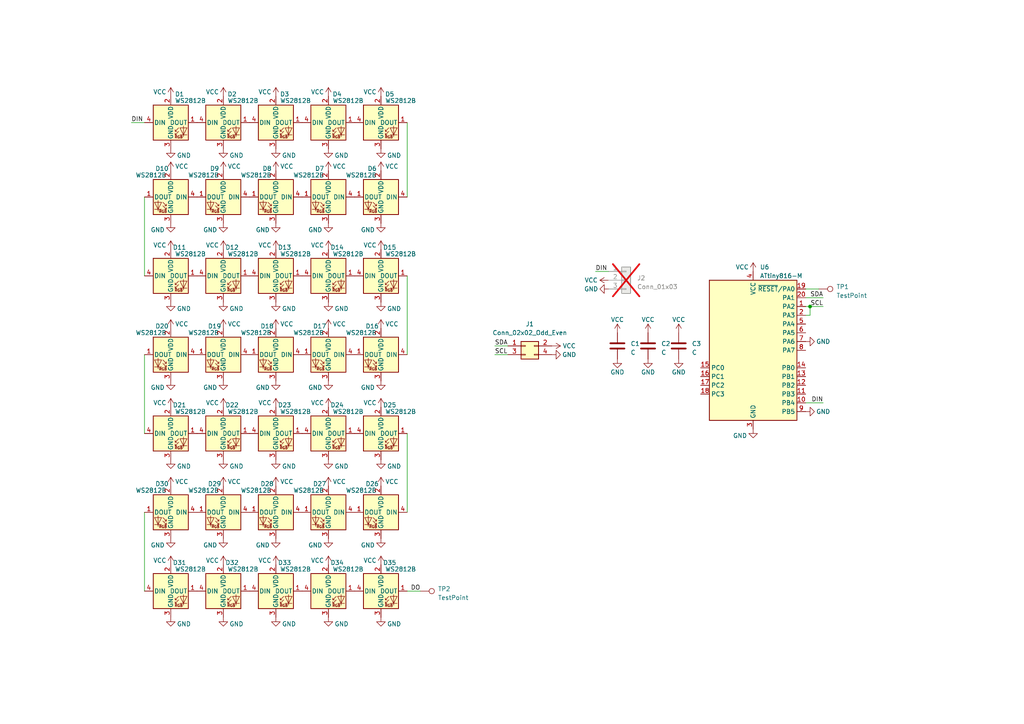
<source format=kicad_sch>
(kicad_sch (version 20231120) (generator "eeschema") (generator_version "8.0")
  (paper "A4")
  (lib_symbols
    (symbol "Connector:TestPoint" (pin_numbers hide) (pin_names (offset 0.762) hide)
      (property "Reference" "TP" (at 0 6.858 0))
      (property "Value" "TestPoint" (at 0 5.08 0))
      (symbol "TestPoint_0_1"
        (circle (center 0 3.302) (radius 0.762))
      )
      (symbol "TestPoint_1_1"
        (pin passive line (at 0 0 90) (length 2.54) (name "1") (number "1"))
      )
    )
    (symbol "Connector_Generic:Conn_01x03" (pin_names (offset 1.016) hide)
      (property "Reference" "J" (at 0 5.08 0))
      (property "Value" "Conn_01x03" (at 0 -5.08 0))
      (symbol "Conn_01x03_1_1"
        (rectangle (start -1.27 -2.413) (end 0 -2.667) (stroke (width 0.1524)))
        (rectangle (start -1.27 0.127) (end 0 -0.127) (stroke (width 0.1524)))
        (rectangle (start -1.27 2.667) (end 0 2.413) (stroke (width 0.1524)))
        (rectangle (start -1.27 3.81) (end 1.27 -3.81) (stroke (width 0.254)) (fill (type background)))
        (pin passive line (at -5.08 2.54 0) (length 3.81) (name "Pin_1") (number "1"))
        (pin passive line (at -5.08 0 0) (length 3.81) (name "Pin_2") (number "2"))
        (pin passive line (at -5.08 -2.54 0) (length 3.81) (name "Pin_3") (number "3"))
      )
    )
    (symbol "Connector_Generic:Conn_02x02_Odd_Even" (pin_names (offset 1.016) hide)
      (property "Reference" "J" (at 1.27 2.54 0))
      (property "Value" "Conn_02x02_Odd_Even" (at 1.27 -5.08 0))
      (symbol "Conn_02x02_Odd_Even_1_1"
        (rectangle (start -1.27 -2.413) (end 0 -2.667) (stroke (width 0.1524)))
        (rectangle (start -1.27 0.127) (end 0 -0.127) (stroke (width 0.1524)))
        (rectangle (start -1.27 1.27) (end 3.81 -3.81) (stroke (width 0.254)) (fill (type background)))
        (rectangle (start 3.81 -2.413) (end 2.54 -2.667) (stroke (width 0.1524)))
        (rectangle (start 3.81 0.127) (end 2.54 -0.127) (stroke (width 0.1524)))
        (pin passive line (at -5.08 0 0) (length 3.81) (name "Pin_1") (number "1"))
        (pin passive line (at 7.62 0 180) (length 3.81) (name "Pin_2") (number "2"))
        (pin passive line (at -5.08 -2.54 0) (length 3.81) (name "Pin_3") (number "3"))
        (pin passive line (at 7.62 -2.54 180) (length 3.81) (name "Pin_4") (number "4"))
      )
    )
    (symbol "Device:C" (pin_numbers hide) (pin_names (offset 0.254))
      (property "Reference" "C" (at 0.635 2.54 0))
      (property "Value" "C" (at 0.635 -2.54 0))
      (symbol "C_0_1"
        (polyline (pts (xy -2.032 -0.762) (xy 2.032 -0.762)) (stroke (width 0.508)))
        (polyline (pts (xy -2.032 0.762) (xy 2.032 0.762)) (stroke (width 0.508)))
      )
      (symbol "C_1_1"
        (pin passive line (at 0 3.81 270) (length 2.794) (name "~") (number "1"))
        (pin passive line (at 0 -3.81 90) (length 2.794) (name "~") (number "2"))
      )
    )
    (symbol "MCU_Microchip_ATtiny:ATtiny816-M"
      (property "Reference" "U" (at -12.7 21.59 0))
      (property "Value" "ATtiny816-M" (at 2.54 -21.59 0))
      (symbol "ATtiny816-M_0_1"
        (rectangle (start -12.7 -20.32) (end 12.7 20.32) (stroke (width 0.254)) (fill (type background)))
      )
      (symbol "ATtiny816-M_1_1"
        (pin bidirectional line (at 15.24 12.7 180) (length 2.54) (name "PA2") (number "1"))
        (pin bidirectional line (at 15.24 -15.24 180) (length 2.54) (name "PB4") (number "10"))
        (pin bidirectional line (at 15.24 -12.7 180) (length 2.54) (name "PB3") (number "11"))
        (pin bidirectional line (at 15.24 -10.16 180) (length 2.54) (name "PB2") (number "12"))
        (pin bidirectional line (at 15.24 -7.62 180) (length 2.54) (name "PB1") (number "13"))
        (pin bidirectional line (at 15.24 -5.08 180) (length 2.54) (name "PB0") (number "14"))
        (pin bidirectional line (at -15.24 -5.08 0) (length 2.54) (name "PC0") (number "15"))
        (pin bidirectional line (at -15.24 -7.62 0) (length 2.54) (name "PC1") (number "16"))
        (pin bidirectional line (at -15.24 -10.16 0) (length 2.54) (name "PC2") (number "17"))
        (pin bidirectional line (at -15.24 -12.7 0) (length 2.54) (name "PC3") (number "18"))
        (pin bidirectional line (at 15.24 17.78 180) (length 2.54) (name "~{RESET}/PA0") (number "19"))
        (pin bidirectional line (at 15.24 10.16 180) (length 2.54) (name "PA3") (number "2"))
        (pin bidirectional line (at 15.24 15.24 180) (length 2.54) (name "PA1") (number "20"))
        (pin passive line (at 0 -22.86 90) (length 2.54) hide (name "GND") (number "21"))
        (pin power_in line (at 0 -22.86 90) (length 2.54) (name "GND") (number "3"))
        (pin power_in line (at 0 22.86 270) (length 2.54) (name "VCC") (number "4"))
        (pin bidirectional line (at 15.24 7.62 180) (length 2.54) (name "PA4") (number "5"))
        (pin bidirectional line (at 15.24 5.08 180) (length 2.54) (name "PA5") (number "6"))
        (pin bidirectional line (at 15.24 2.54 180) (length 2.54) (name "PA6") (number "7"))
        (pin bidirectional line (at 15.24 0 180) (length 2.54) (name "PA7") (number "8"))
        (pin bidirectional line (at 15.24 -17.78 180) (length 2.54) (name "PB5") (number "9"))
      )
    )
    (symbol "ownLEDs:XL-1010RGBC-WS28B" (pin_names (offset 0.254))
      (property "Reference" "D2" (at 11.43 3.1241 0))
      (property "Value" "WS2812B" (at 11.43 0.5841 0))
      (symbol "XL-1010RGBC-WS28B_0_0"
        (text "RGB" (at 2.286 -4.191 0) (effects (font (size 0.762 0.762))))
      )
      (symbol "XL-1010RGBC-WS28B_0_1"
        (rectangle (start -5.08 5.08) (end 5.08 -5.08) (stroke (width 0.254)) (fill (type background)))
        (polyline (pts (xy 1.27 -3.556) (xy 1.778 -3.556)))
        (polyline (pts (xy 1.27 -2.54) (xy 1.778 -2.54)))
        (polyline (pts (xy 4.699 -3.556) (xy 2.667 -3.556)))
        (polyline (pts (xy 2.286 -2.54) (xy 1.27 -3.556) (xy 1.27 -3.048)))
        (polyline (pts (xy 2.286 -1.524) (xy 1.27 -2.54) (xy 1.27 -2.032)))
        (polyline (pts (xy 3.683 -1.016) (xy 3.683 -3.556) (xy 3.683 -4.064)))
        (polyline (pts (xy 4.699 -1.524) (xy 2.667 -1.524) (xy 3.683 -3.556) (xy 4.699 -1.524)))
      )
      (symbol "XL-1010RGBC-WS28B_1_1"
        (pin output line (at 7.62 0 180) (length 2.54) (name "DOUT") (number "1"))
        (pin power_in line (at 0 7.62 270) (length 2.54) (name "VDD") (number "2"))
        (pin power_in line (at 0 -7.62 90) (length 2.54) (name "GND") (number "3"))
        (pin input line (at -7.62 0 0) (length 2.54) (name "DIN") (number "4"))
      )
    )
    (symbol "power:GND" (power) (pin_names (offset 0))
      (property "Value" "GND" (at 0 -3.81 0))
      (symbol "GND_0_1"
        (polyline (pts (xy 0 0) (xy 0 -1.27) (xy 1.27 -1.27) (xy 0 -2.54) (xy -1.27 -1.27) (xy 0 -1.27)))
      )
      (symbol "GND_1_1"
        (pin power_in line (at 0 0 270) (length 0) hide (name "GND") (number "1"))
      )
    )
    (symbol "power:VCC" (power) (pin_names (offset 0))
      (property "Value" "VCC" (at 0 3.81 0))
      (symbol "VCC_0_1"
        (polyline (pts (xy -0.762 1.27) (xy 0 2.54)))
        (polyline (pts (xy 0 0) (xy 0 2.54)))
        (polyline (pts (xy 0 2.54) (xy 0.762 1.27)))
      )
      (symbol "VCC_1_1"
        (pin power_in line (at 0 0 90) (length 0) hide (name "VCC") (number "1"))
      )
    )
  )
  (junction (at 234.95 88.9))
  (wire (pts (xy 118.11 125.73) (xy 118.11 148.59)))
  (wire (pts (xy 118.11 80.01) (xy 118.11 102.87)))
  (wire (pts (xy 233.68 86.36) (xy 238.76 86.36)))
  (wire (pts (xy 233.68 83.82) (xy 237.49 83.82)))
  (wire (pts (xy 172.72 78.74) (xy 176.53 78.74)))
  (wire (pts (xy 143.51 102.87) (xy 147.32 102.87)))
  (wire (pts (xy 41.91 102.87) (xy 41.91 125.73)))
  (wire (pts (xy 233.68 116.84) (xy 238.76 116.84)))
  (wire (pts (xy 38.1 35.56) (xy 41.91 35.56)))
  (wire (pts (xy 233.68 91.44) (xy 234.95 91.44)))
  (wire (pts (xy 233.68 88.9) (xy 234.95 88.9)))
  (wire (pts (xy 41.91 148.59) (xy 41.91 171.45)))
  (wire (pts (xy 234.95 88.9) (xy 238.76 88.9)))
  (wire (pts (xy 118.11 171.45) (xy 121.92 171.45)))
  (wire (pts (xy 118.11 35.56) (xy 118.11 57.15)))
  (wire (pts (xy 41.91 57.15) (xy 41.91 80.01)))
  (wire (pts (xy 143.51 100.33) (xy 147.32 100.33)))
  (wire (pts (xy 234.95 88.9) (xy 234.95 91.44)))
  (label "SDA" (at 143.51 100.33 0))
  (label "DO" (at 121.92 171.45 180))
  (label "DIN" (at 172.72 78.74 0))
  (label "DIN" (at 238.76 116.84 180))
  (label "SDA" (at 238.76 86.36 180))
  (label "SCL" (at 238.76 88.9 180))
  (label "SCL" (at 143.51 102.87 0))
  (label "DIN" (at 38.1 35.56 0))
  (symbol (lib_id "MCU_Microchip_ATtiny:ATtiny816-M") (at 218.44 101.6 0) (unit 1)
    (property "Reference" "U6" (at 220.3959 77.47 0) (effects (justify left)))
    (property "Value" "ATtiny816-M" (at 220.3959 80.01 0) (effects (justify left)))
    (property "Footprint" "Package_DFN_QFN:VQFN-20-1EP_3x3mm_P0.4mm_EP1.7x1.7mm" (effects (hide yes)))
    (property "Datasheet" "http://ww1.microchip.com/downloads/en/DeviceDoc/40001913A.pdf" (effects (hide yes)))
  )
  (symbol (lib_id "power:VCC") (at 95.25 27.94 0) (unit 1)
    (property "Reference" "#PWR07" (effects (hide yes)))
    (property "Value" "VCC" (at 92.075 26.67 0))
  )
  (symbol (lib_id "ownLEDs:XL-1010RGBC-WS28B") (at 110.49 125.73 0) (unit 1)
    (property "Reference" "D25" (at 113.03 117.475 0))
    (property "Value" "WS2812B" (at 116.205 119.38 0))
    (property "Footprint" "ownLEDs:LED_XL-1010RGBC-WS2812B" (effects (hide yes)))
    (property "Datasheet" "https://datasheet.lcsc.com/lcsc/2301111010_XINGLIGHT-XL-1010RGBC-WS2812B_C5349953.pdf" (effects (hide yes)))
  )
  (symbol (lib_id "power:GND") (at 64.77 179.07 0) (unit 1)
    (property "Reference" "#PWR0148" (effects (hide yes)))
    (property "Value" "GND" (at 68.58 180.975 0))
  )
  (symbol (lib_id "power:GND") (at 110.49 156.21 0) (mirror y) (unit 1)
    (property "Reference" "#PWR0140" (effects (hide yes)))
    (property "Value" "GND" (at 106.68 158.115 0))
  )
  (symbol (lib_id "power:VCC") (at 110.49 49.53 0) (mirror y) (unit 1)
    (property "Reference" "#PWR011" (effects (hide yes)))
    (property "Value" "VCC" (at 113.665 48.26 0))
  )
  (symbol (lib_id "power:GND") (at 110.49 43.18 0) (unit 1)
    (property "Reference" "#PWR010" (effects (hide yes)))
    (property "Value" "GND" (at 114.3 45.085 0))
  )
  (symbol (lib_id "ownLEDs:XL-1010RGBC-WS28B") (at 95.25 57.15 0) (mirror y) (unit 1)
    (property "Reference" "D7" (at 92.71 48.895 0))
    (property "Value" "WS2812B" (at 89.535 50.8 0))
    (property "Footprint" "ownLEDs:LED_XL-1010RGBC-WS2812B" (effects (hide yes)))
    (property "Datasheet" "https://datasheet.lcsc.com/lcsc/2301111010_XINGLIGHT-XL-1010RGBC-WS2812B_C5349953.pdf" (effects (hide yes)))
  )
  (symbol (lib_id "ownLEDs:XL-1010RGBC-WS28B") (at 64.77 35.56 0) (unit 1)
    (property "Reference" "D2" (at 67.31 27.305 0))
    (property "Value" "WS2812B" (at 70.485 29.21 0))
    (property "Footprint" "ownLEDs:LED_XL-1010RGBC-WS2812B" (effects (hide yes)))
    (property "Datasheet" "https://datasheet.lcsc.com/lcsc/2301111010_XINGLIGHT-XL-1010RGBC-WS2812B_C5349953.pdf" (effects (hide yes)))
  )
  (symbol (lib_id "ownLEDs:XL-1010RGBC-WS28B") (at 64.77 125.73 0) (unit 1)
    (property "Reference" "D22" (at 67.31 117.475 0))
    (property "Value" "WS2812B" (at 70.485 119.38 0))
    (property "Footprint" "ownLEDs:LED_XL-1010RGBC-WS2812B" (effects (hide yes)))
    (property "Datasheet" "https://datasheet.lcsc.com/lcsc/2301111010_XINGLIGHT-XL-1010RGBC-WS2812B_C5349953.pdf" (effects (hide yes)))
  )
  (symbol (lib_id "ownLEDs:XL-1010RGBC-WS28B") (at 95.25 80.01 0) (unit 1)
    (property "Reference" "D14" (at 97.79 71.755 0))
    (property "Value" "WS2812B" (at 100.965 73.66 0))
    (property "Footprint" "ownLEDs:LED_XL-1010RGBC-WS2812B" (effects (hide yes)))
    (property "Datasheet" "https://datasheet.lcsc.com/lcsc/2301111010_XINGLIGHT-XL-1010RGBC-WS2812B_C5349953.pdf" (effects (hide yes)))
  )
  (symbol (lib_id "power:VCC") (at 64.77 49.53 0) (mirror y) (unit 1)
    (property "Reference" "#PWR017" (effects (hide yes)))
    (property "Value" "VCC" (at 67.945 48.26 0))
  )
  (symbol (lib_id "power:GND") (at 49.53 64.77 0) (mirror y) (unit 1)
    (property "Reference" "#PWR020" (effects (hide yes)))
    (property "Value" "GND" (at 45.72 66.675 0))
  )
  (symbol (lib_id "power:VCC") (at 49.53 49.53 0) (mirror y) (unit 1)
    (property "Reference" "#PWR019" (effects (hide yes)))
    (property "Value" "VCC" (at 52.705 48.26 0))
  )
  (symbol (lib_id "power:GND") (at 80.01 110.49 0) (mirror y) (unit 1)
    (property "Reference" "#PWR0117" (effects (hide yes)))
    (property "Value" "GND" (at 76.2 112.395 0))
  )
  (symbol (lib_id "ownLEDs:XL-1010RGBC-WS28B") (at 64.77 171.45 0) (unit 1)
    (property "Reference" "D32" (at 67.31 163.195 0))
    (property "Value" "WS2812B" (at 70.485 165.1 0))
    (property "Footprint" "ownLEDs:LED_XL-1010RGBC-WS2812B" (effects (hide yes)))
    (property "Datasheet" "https://datasheet.lcsc.com/lcsc/2301111010_XINGLIGHT-XL-1010RGBC-WS2812B_C5349953.pdf" (effects (hide yes)))
  )
  (symbol (lib_id "ownLEDs:XL-1010RGBC-WS28B") (at 110.49 35.56 0) (unit 1)
    (property "Reference" "D5" (at 113.03 27.305 0))
    (property "Value" "WS2812B" (at 116.205 29.21 0))
    (property "Footprint" "ownLEDs:LED_XL-1010RGBC-WS2812B" (effects (hide yes)))
    (property "Datasheet" "https://datasheet.lcsc.com/lcsc/2301111010_XINGLIGHT-XL-1010RGBC-WS2812B_C5349953.pdf" (effects (hide yes)))
  )
  (symbol (lib_id "ownLEDs:XL-1010RGBC-WS28B") (at 95.25 102.87 0) (mirror y) (unit 1)
    (property "Reference" "D17" (at 92.71 94.615 0))
    (property "Value" "WS2812B" (at 89.535 96.52 0))
    (property "Footprint" "ownLEDs:LED_XL-1010RGBC-WS2812B" (effects (hide yes)))
    (property "Datasheet" "https://datasheet.lcsc.com/lcsc/2301111010_XINGLIGHT-XL-1010RGBC-WS2812B_C5349953.pdf" (effects (hide yes)))
  )
  (symbol (lib_id "Connector_Generic:Conn_02x02_Odd_Even") (at 152.4 100.33 0) (unit 1)
    (property "Reference" "J1" (at 153.67 93.98 0))
    (property "Value" "Conn_02x02_Odd_Even" (at 153.67 96.52 0))
    (property "Footprint" "Connector_PinHeader_2.54mm:PinHeader_2x02_P2.54mm_Vertical_SMD" (effects (hide yes)))
  )
  (symbol (lib_id "ownLEDs:XL-1010RGBC-WS28B") (at 95.25 171.45 0) (unit 1)
    (property "Reference" "D34" (at 97.79 163.195 0))
    (property "Value" "WS2812B" (at 100.965 165.1 0))
    (property "Footprint" "ownLEDs:LED_XL-1010RGBC-WS2812B" (effects (hide yes)))
    (property "Datasheet" "https://datasheet.lcsc.com/lcsc/2301111010_XINGLIGHT-XL-1010RGBC-WS2812B_C5349953.pdf" (effects (hide yes)))
  )
  (symbol (lib_id "power:GND") (at 80.01 156.21 0) (mirror y) (unit 1)
    (property "Reference" "#PWR0133" (effects (hide yes)))
    (property "Value" "GND" (at 76.2 158.115 0))
  )
  (symbol (lib_id "power:GND") (at 95.25 43.18 0) (unit 1)
    (property "Reference" "#PWR08" (effects (hide yes)))
    (property "Value" "GND" (at 99.06 45.085 0))
  )
  (symbol (lib_id "power:GND") (at 196.85 104.14 0) (mirror y) (unit 1)
    (property "Reference" "#PWR028" (effects (hide yes)))
    (property "Value" "GND" (at 196.85 107.95 0))
  )
  (symbol (lib_id "power:GND") (at 187.96 104.14 0) (mirror y) (unit 1)
    (property "Reference" "#PWR024" (effects (hide yes)))
    (property "Value" "GND" (at 187.96 107.95 0))
  )
  (symbol (lib_id "Device:C") (at 187.96 100.33 0) (unit 1)
    (property "Reference" "C2" (at 191.77 99.695 0) (effects (justify left)))
    (property "Value" "C" (at 191.77 102.235 0) (effects (justify left)))
    (property "Footprint" "dipolMods:C_0402_min" (effects (hide yes)))
  )
  (symbol (lib_id "power:VCC") (at 80.01 118.11 0) (unit 1)
    (property "Reference" "#PWR0119" (effects (hide yes)))
    (property "Value" "VCC" (at 76.835 116.84 0))
  )
  (symbol (lib_id "ownLEDs:XL-1010RGBC-WS28B") (at 80.01 171.45 0) (unit 1)
    (property "Reference" "D33" (at 82.55 163.195 0))
    (property "Value" "WS2812B" (at 85.725 165.1 0))
    (property "Footprint" "ownLEDs:LED_XL-1010RGBC-WS2812B" (effects (hide yes)))
    (property "Datasheet" "https://datasheet.lcsc.com/lcsc/2301111010_XINGLIGHT-XL-1010RGBC-WS2812B_C5349953.pdf" (effects (hide yes)))
  )
  (symbol (lib_id "power:GND") (at 49.53 110.49 0) (mirror y) (unit 1)
    (property "Reference" "#PWR0126" (effects (hide yes)))
    (property "Value" "GND" (at 45.72 112.395 0))
  )
  (symbol (lib_id "ownLEDs:XL-1010RGBC-WS28B") (at 49.53 35.56 0) (unit 1)
    (property "Reference" "D1" (at 52.07 27.305 0))
    (property "Value" "WS2812B" (at 55.245 29.21 0))
    (property "Footprint" "ownLEDs:LED_XL-1010RGBC-WS2812B" (effects (hide yes)))
    (property "Datasheet" "https://datasheet.lcsc.com/lcsc/2301111010_XINGLIGHT-XL-1010RGBC-WS2812B_C5349953.pdf" (effects (hide yes)))
  )
  (symbol (lib_id "power:VCC") (at 95.25 95.25 0) (mirror y) (unit 1)
    (property "Reference" "#PWR0108" (effects (hide yes)))
    (property "Value" "VCC" (at 98.425 93.98 0))
  )
  (symbol (lib_id "power:VCC") (at 49.53 72.39 0) (unit 1)
    (property "Reference" "#PWR0114" (effects (hide yes)))
    (property "Value" "VCC" (at 46.355 71.12 0))
  )
  (symbol (lib_id "power:VCC") (at 110.49 95.25 0) (mirror y) (unit 1)
    (property "Reference" "#PWR0105" (effects (hide yes)))
    (property "Value" "VCC" (at 113.665 93.98 0))
  )
  (symbol (lib_id "power:VCC") (at 110.49 140.97 0) (mirror y) (unit 1)
    (property "Reference" "#PWR0146" (effects (hide yes)))
    (property "Value" "VCC" (at 113.665 139.7 0))
  )
  (symbol (lib_id "ownLEDs:XL-1010RGBC-WS28B") (at 80.01 125.73 0) (unit 1)
    (property "Reference" "D23" (at 82.55 117.475 0))
    (property "Value" "WS2812B" (at 85.725 119.38 0))
    (property "Footprint" "ownLEDs:LED_XL-1010RGBC-WS2812B" (effects (hide yes)))
    (property "Datasheet" "https://datasheet.lcsc.com/lcsc/2301111010_XINGLIGHT-XL-1010RGBC-WS2812B_C5349953.pdf" (effects (hide yes)))
  )
  (symbol (lib_id "power:VCC") (at 80.01 72.39 0) (unit 1)
    (property "Reference" "#PWR0102" (effects (hide yes)))
    (property "Value" "VCC" (at 76.835 71.12 0))
  )
  (symbol (lib_id "ownLEDs:XL-1010RGBC-WS28B") (at 49.53 102.87 0) (mirror y) (unit 1)
    (property "Reference" "D20" (at 46.99 94.615 0))
    (property "Value" "WS2812B" (at 43.815 96.52 0))
    (property "Footprint" "ownLEDs:LED_XL-1010RGBC-WS2812B" (effects (hide yes)))
    (property "Datasheet" "https://datasheet.lcsc.com/lcsc/2301111010_XINGLIGHT-XL-1010RGBC-WS2812B_C5349953.pdf" (effects (hide yes)))
  )
  (symbol (lib_id "power:GND") (at 80.01 133.35 0) (unit 1)
    (property "Reference" "#PWR0121" (effects (hide yes)))
    (property "Value" "GND" (at 83.82 135.255 0))
  )
  (symbol (lib_id "power:VCC") (at 95.25 49.53 0) (mirror y) (unit 1)
    (property "Reference" "#PWR013" (effects (hide yes)))
    (property "Value" "VCC" (at 98.425 48.26 0))
  )
  (symbol (lib_id "ownLEDs:XL-1010RGBC-WS28B") (at 49.53 57.15 0) (mirror y) (unit 1)
    (property "Reference" "D10" (at 46.99 48.895 0))
    (property "Value" "WS2812B" (at 43.815 50.8 0))
    (property "Footprint" "ownLEDs:LED_XL-1010RGBC-WS2812B" (effects (hide yes)))
    (property "Datasheet" "https://datasheet.lcsc.com/lcsc/2301111010_XINGLIGHT-XL-1010RGBC-WS2812B_C5349953.pdf" (effects (hide yes)))
  )
  (symbol (lib_id "power:VCC") (at 110.49 27.94 0) (unit 1)
    (property "Reference" "#PWR09" (effects (hide yes)))
    (property "Value" "VCC" (at 107.315 26.67 0))
  )
  (symbol (lib_id "ownLEDs:XL-1010RGBC-WS28B") (at 95.25 125.73 0) (unit 1)
    (property "Reference" "D24" (at 97.79 117.475 0))
    (property "Value" "WS2812B" (at 100.965 119.38 0))
    (property "Footprint" "ownLEDs:LED_XL-1010RGBC-WS2812B" (effects (hide yes)))
    (property "Datasheet" "https://datasheet.lcsc.com/lcsc/2301111010_XINGLIGHT-XL-1010RGBC-WS2812B_C5349953.pdf" (effects (hide yes)))
  )
  (symbol (lib_id "ownLEDs:XL-1010RGBC-WS28B") (at 95.25 35.56 0) (unit 1)
    (property "Reference" "D4" (at 97.79 27.305 0))
    (property "Value" "WS2812B" (at 100.965 29.21 0))
    (property "Footprint" "ownLEDs:LED_XL-1010RGBC-WS2812B" (effects (hide yes)))
    (property "Datasheet" "https://datasheet.lcsc.com/lcsc/2301111010_XINGLIGHT-XL-1010RGBC-WS2812B_C5349953.pdf" (effects (hide yes)))
  )
  (symbol (lib_id "power:VCC") (at 176.53 81.28 90) (unit 1)
    (property "Reference" "#PWR029" (effects (hide yes)))
    (property "Value" "VCC" (at 171.45 81.28 90))
  )
  (symbol (lib_id "power:VCC") (at 80.01 49.53 0) (mirror y) (unit 1)
    (property "Reference" "#PWR015" (effects (hide yes)))
    (property "Value" "VCC" (at 83.185 48.26 0))
  )
  (symbol (lib_id "power:GND") (at 160.02 102.87 90) (mirror x) (unit 1)
    (property "Reference" "#PWR032" (effects (hide yes)))
    (property "Value" "GND" (at 165.1 102.87 90))
  )
  (symbol (lib_id "power:GND") (at 64.77 110.49 0) (mirror y) (unit 1)
    (property "Reference" "#PWR0127" (effects (hide yes)))
    (property "Value" "GND" (at 60.96 112.395 0))
  )
  (symbol (lib_id "power:VCC") (at 196.85 96.52 0) (unit 1)
    (property "Reference" "#PWR027" (effects (hide yes)))
    (property "Value" "VCC" (at 196.85 92.71 0))
  )
  (symbol (lib_id "power:VCC") (at 64.77 27.94 0) (unit 1)
    (property "Reference" "#PWR03" (effects (hide yes)))
    (property "Value" "VCC" (at 61.595 26.67 0))
  )
  (symbol (lib_id "power:GND") (at 95.25 179.07 0) (unit 1)
    (property "Reference" "#PWR0150" (effects (hide yes)))
    (property "Value" "GND" (at 99.06 180.975 0))
  )
  (symbol (lib_id "power:VCC") (at 80.01 140.97 0) (mirror y) (unit 1)
    (property "Reference" "#PWR0122" (effects (hide yes)))
    (property "Value" "VCC" (at 83.185 139.7 0))
  )
  (symbol (lib_id "power:VCC") (at 218.44 78.74 0) (unit 1)
    (property "Reference" "#PWR021" (effects (hide yes)))
    (property "Value" "VCC" (at 215.265 77.47 0))
  )
  (symbol (lib_id "power:VCC") (at 49.53 118.11 0) (unit 1)
    (property "Reference" "#PWR0128" (effects (hide yes)))
    (property "Value" "VCC" (at 46.355 116.84 0))
  )
  (symbol (lib_id "power:GND") (at 49.53 43.18 0) (unit 1)
    (property "Reference" "#PWR02" (effects (hide yes)))
    (property "Value" "GND" (at 53.34 45.085 0))
  )
  (symbol (lib_id "power:GND") (at 218.44 124.46 0) (mirror y) (unit 1)
    (property "Reference" "#PWR022" (effects (hide yes)))
    (property "Value" "GND" (at 214.63 126.365 0))
  )
  (symbol (lib_id "power:VCC") (at 80.01 163.83 0) (unit 1)
    (property "Reference" "#PWR0135" (effects (hide yes)))
    (property "Value" "VCC" (at 76.835 162.56 0))
  )
  (symbol (lib_id "power:VCC") (at 64.77 95.25 0) (mirror y) (unit 1)
    (property "Reference" "#PWR0124" (effects (hide yes)))
    (property "Value" "VCC" (at 67.945 93.98 0))
  )
  (symbol (lib_id "power:VCC") (at 95.25 72.39 0) (unit 1)
    (property "Reference" "#PWR0106" (effects (hide yes)))
    (property "Value" "VCC" (at 92.075 71.12 0))
  )
  (symbol (lib_id "ownLEDs:XL-1010RGBC-WS28B") (at 80.01 57.15 0) (mirror y) (unit 1)
    (property "Reference" "D8" (at 77.47 48.895 0))
    (property "Value" "WS2812B" (at 74.295 50.8 0))
    (property "Footprint" "ownLEDs:LED_XL-1010RGBC-WS2812B" (effects (hide yes)))
    (property "Datasheet" "https://datasheet.lcsc.com/lcsc/2301111010_XINGLIGHT-XL-1010RGBC-WS2812B_C5349953.pdf" (effects (hide yes)))
  )
  (symbol (lib_id "power:GND") (at 64.77 64.77 0) (mirror y) (unit 1)
    (property "Reference" "#PWR018" (effects (hide yes)))
    (property "Value" "GND" (at 60.96 66.675 0))
  )
  (symbol (lib_id "power:VCC") (at 80.01 95.25 0) (mirror y) (unit 1)
    (property "Reference" "#PWR0118" (effects (hide yes)))
    (property "Value" "VCC" (at 83.185 93.98 0))
  )
  (symbol (lib_id "power:GND") (at 95.25 110.49 0) (mirror y) (unit 1)
    (property "Reference" "#PWR0110" (effects (hide yes)))
    (property "Value" "GND" (at 91.44 112.395 0))
  )
  (symbol (lib_id "power:GND") (at 95.25 156.21 0) (mirror y) (unit 1)
    (property "Reference" "#PWR0141" (effects (hide yes)))
    (property "Value" "GND" (at 91.44 158.115 0))
  )
  (symbol (lib_id "power:GND") (at 80.01 64.77 0) (mirror y) (unit 1)
    (property "Reference" "#PWR016" (effects (hide yes)))
    (property "Value" "GND" (at 76.2 66.675 0))
  )
  (symbol (lib_id "power:VCC") (at 95.25 140.97 0) (mirror y) (unit 1)
    (property "Reference" "#PWR0147" (effects (hide yes)))
    (property "Value" "VCC" (at 98.425 139.7 0))
  )
  (symbol (lib_id "power:GND") (at 49.53 179.07 0) (unit 1)
    (property "Reference" "#PWR0139" (effects (hide yes)))
    (property "Value" "GND" (at 53.34 180.975 0))
  )
  (symbol (lib_id "ownLEDs:XL-1010RGBC-WS28B") (at 80.01 80.01 0) (unit 1)
    (property "Reference" "D13" (at 82.55 71.755 0))
    (property "Value" "WS2812B" (at 85.725 73.66 0))
    (property "Footprint" "ownLEDs:LED_XL-1010RGBC-WS2812B" (effects (hide yes)))
    (property "Datasheet" "https://datasheet.lcsc.com/lcsc/2301111010_XINGLIGHT-XL-1010RGBC-WS2812B_C5349953.pdf" (effects (hide yes)))
  )
  (symbol (lib_id "Device:C") (at 196.85 100.33 0) (unit 1)
    (property "Reference" "C3" (at 200.66 99.695 0) (effects (justify left)))
    (property "Value" "C" (at 200.66 102.235 0) (effects (justify left)))
    (property "Footprint" "dipolMods:C_0402_min" (effects (hide yes)))
  )
  (symbol (lib_id "power:VCC") (at 95.25 118.11 0) (unit 1)
    (property "Reference" "#PWR0111" (effects (hide yes)))
    (property "Value" "VCC" (at 92.075 116.84 0))
  )
  (symbol (lib_id "ownLEDs:XL-1010RGBC-WS28B") (at 95.25 148.59 0) (mirror y) (unit 1)
    (property "Reference" "D27" (at 92.71 140.335 0))
    (property "Value" "WS2812B" (at 89.535 142.24 0))
    (property "Footprint" "ownLEDs:LED_XL-1010RGBC-WS2812B" (effects (hide yes)))
    (property "Datasheet" "https://datasheet.lcsc.com/lcsc/2301111010_XINGLIGHT-XL-1010RGBC-WS2812B_C5349953.pdf" (effects (hide yes)))
  )
  (symbol (lib_id "power:GND") (at 64.77 43.18 0) (unit 1)
    (property "Reference" "#PWR04" (effects (hide yes)))
    (property "Value" "GND" (at 68.58 45.085 0))
  )
  (symbol (lib_id "Connector:TestPoint") (at 121.92 171.45 270) (unit 1)
    (property "Reference" "TP2" (at 127 170.815 90) (effects (justify left)))
    (property "Value" "TestPoint" (at 127 173.355 90) (effects (justify left)))
    (property "Footprint" "TestPoint:TestPoint_Pad_1.0x1.0mm" (effects (hide yes)))
  )
  (symbol (lib_id "power:GND") (at 179.07 104.14 0) (mirror y) (unit 1)
    (property "Reference" "#PWR023" (effects (hide yes)))
    (property "Value" "GND" (at 179.07 107.95 0))
  )
  (symbol (lib_id "power:GND") (at 233.68 99.06 90) (mirror x) (unit 1)
    (property "Reference" "#PWR034" (effects (hide yes)))
    (property "Value" "GND" (at 238.76 99.06 90))
  )
  (symbol (lib_id "power:GND") (at 110.49 64.77 0) (mirror y) (unit 1)
    (property "Reference" "#PWR012" (effects (hide yes)))
    (property "Value" "GND" (at 106.68 66.675 0))
  )
  (symbol (lib_id "power:VCC") (at 49.53 140.97 0) (mirror y) (unit 1)
    (property "Reference" "#PWR0136" (effects (hide yes)))
    (property "Value" "VCC" (at 52.705 139.7 0))
  )
  (symbol (lib_id "power:GND") (at 64.77 87.63 0) (unit 1)
    (property "Reference" "#PWR0115" (effects (hide yes)))
    (property "Value" "GND" (at 68.58 89.535 0))
  )
  (symbol (lib_id "power:GND") (at 110.49 110.49 0) (mirror y) (unit 1)
    (property "Reference" "#PWR0109" (effects (hide yes)))
    (property "Value" "GND" (at 106.68 112.395 0))
  )
  (symbol (lib_id "power:GND") (at 80.01 43.18 0) (unit 1)
    (property "Reference" "#PWR06" (effects (hide yes)))
    (property "Value" "GND" (at 83.82 45.085 0))
  )
  (symbol (lib_id "ownLEDs:XL-1010RGBC-WS28B") (at 64.77 102.87 0) (mirror y) (unit 1)
    (property "Reference" "D19" (at 62.23 94.615 0))
    (property "Value" "WS2812B" (at 59.055 96.52 0))
    (property "Footprint" "ownLEDs:LED_XL-1010RGBC-WS2812B" (effects (hide yes)))
    (property "Datasheet" "https://datasheet.lcsc.com/lcsc/2301111010_XINGLIGHT-XL-1010RGBC-WS2812B_C5349953.pdf" (effects (hide yes)))
  )
  (symbol (lib_id "ownLEDs:XL-1010RGBC-WS28B") (at 110.49 171.45 0) (unit 1)
    (property "Reference" "D35" (at 113.03 163.195 0))
    (property "Value" "WS2812B" (at 116.205 165.1 0))
    (property "Footprint" "ownLEDs:LED_XL-1010RGBC-WS2812B" (effects (hide yes)))
    (property "Datasheet" "https://datasheet.lcsc.com/lcsc/2301111010_XINGLIGHT-XL-1010RGBC-WS2812B_C5349953.pdf" (effects (hide yes)))
  )
  (symbol (lib_id "ownLEDs:XL-1010RGBC-WS28B") (at 110.49 102.87 0) (mirror y) (unit 1)
    (property "Reference" "D16" (at 107.95 94.615 0))
    (property "Value" "WS2812B" (at 104.775 96.52 0))
    (property "Footprint" "ownLEDs:LED_XL-1010RGBC-WS2812B" (effects (hide yes)))
    (property "Datasheet" "https://datasheet.lcsc.com/lcsc/2301111010_XINGLIGHT-XL-1010RGBC-WS2812B_C5349953.pdf" (effects (hide yes)))
  )
  (symbol (lib_id "ownLEDs:XL-1010RGBC-WS28B") (at 64.77 148.59 0) (mirror y) (unit 1)
    (property "Reference" "D29" (at 62.23 140.335 0))
    (property "Value" "WS2812B" (at 59.055 142.24 0))
    (property "Footprint" "ownLEDs:LED_XL-1010RGBC-WS2812B" (effects (hide yes)))
    (property "Datasheet" "https://datasheet.lcsc.com/lcsc/2301111010_XINGLIGHT-XL-1010RGBC-WS2812B_C5349953.pdf" (effects (hide yes)))
  )
  (symbol (lib_id "power:VCC") (at 64.77 72.39 0) (unit 1)
    (property "Reference" "#PWR0116" (effects (hide yes)))
    (property "Value" "VCC" (at 61.595 71.12 0))
  )
  (symbol (lib_id "power:GND") (at 49.53 133.35 0) (unit 1)
    (property "Reference" "#PWR0130" (effects (hide yes)))
    (property "Value" "GND" (at 53.34 135.255 0))
  )
  (symbol (lib_id "power:VCC") (at 49.53 27.94 0) (unit 1)
    (property "Reference" "#PWR01" (effects (hide yes)))
    (property "Value" "VCC" (at 46.355 26.67 0))
  )
  (symbol (lib_id "power:GND") (at 176.53 83.82 270) (mirror x) (unit 1)
    (property "Reference" "#PWR030" (effects (hide yes)))
    (property "Value" "GND" (at 171.45 83.82 90))
  )
  (symbol (lib_id "ownLEDs:XL-1010RGBC-WS28B") (at 80.01 35.56 0) (unit 1)
    (property "Reference" "D3" (at 82.55 27.305 0))
    (property "Value" "WS2812B" (at 85.725 29.21 0))
    (property "Footprint" "ownLEDs:LED_XL-1010RGBC-WS2812B" (effects (hide yes)))
    (property "Datasheet" "https://datasheet.lcsc.com/lcsc/2301111010_XINGLIGHT-XL-1010RGBC-WS2812B_C5349953.pdf" (effects (hide yes)))
  )
  (symbol (lib_id "Device:C") (at 179.07 100.33 0) (unit 1)
    (property "Reference" "C1" (at 182.88 99.695 0) (effects (justify left)))
    (property "Value" "C" (at 182.88 102.235 0) (effects (justify left)))
    (property "Footprint" "dipolMods:C_0402_min" (effects (hide yes)))
  )
  (symbol (lib_id "Connector:TestPoint") (at 237.49 83.82 270) (unit 1)
    (property "Reference" "TP1" (at 242.57 83.185 90) (effects (justify left)))
    (property "Value" "TestPoint" (at 242.57 85.725 90) (effects (justify left)))
    (property "Footprint" "TestPoint:TestPoint_Pad_D1.0mm" (effects (hide yes)))
  )
  (symbol (lib_id "ownLEDs:XL-1010RGBC-WS28B") (at 64.77 80.01 0) (unit 1)
    (property "Reference" "D12" (at 67.31 71.755 0))
    (property "Value" "WS2812B" (at 70.485 73.66 0))
    (property "Footprint" "ownLEDs:LED_XL-1010RGBC-WS2812B" (effects (hide yes)))
    (property "Datasheet" "https://datasheet.lcsc.com/lcsc/2301111010_XINGLIGHT-XL-1010RGBC-WS2812B_C5349953.pdf" (effects (hide yes)))
  )
  (symbol (lib_id "power:VCC") (at 80.01 27.94 0) (unit 1)
    (property "Reference" "#PWR05" (effects (hide yes)))
    (property "Value" "VCC" (at 76.835 26.67 0))
  )
  (symbol (lib_id "ownLEDs:XL-1010RGBC-WS28B") (at 80.01 102.87 0) (mirror y) (unit 1)
    (property "Reference" "D18" (at 77.47 94.615 0))
    (property "Value" "WS2812B" (at 74.295 96.52 0))
    (property "Footprint" "ownLEDs:LED_XL-1010RGBC-WS2812B" (effects (hide yes)))
    (property "Datasheet" "https://datasheet.lcsc.com/lcsc/2301111010_XINGLIGHT-XL-1010RGBC-WS2812B_C5349953.pdf" (effects (hide yes)))
  )
  (symbol (lib_id "ownLEDs:XL-1010RGBC-WS28B") (at 110.49 148.59 0) (mirror y) (unit 1)
    (property "Reference" "D26" (at 107.95 140.335 0))
    (property "Value" "WS2812B" (at 104.775 142.24 0))
    (property "Footprint" "ownLEDs:LED_XL-1010RGBC-WS2812B" (effects (hide yes)))
    (property "Datasheet" "https://datasheet.lcsc.com/lcsc/2301111010_XINGLIGHT-XL-1010RGBC-WS2812B_C5349953.pdf" (effects (hide yes)))
  )
  (symbol (lib_id "power:GND") (at 110.49 179.07 0) (unit 1)
    (property "Reference" "#PWR0144" (effects (hide yes)))
    (property "Value" "GND" (at 114.3 180.975 0))
  )
  (symbol (lib_id "power:VCC") (at 110.49 163.83 0) (unit 1)
    (property "Reference" "#PWR0143" (effects (hide yes)))
    (property "Value" "VCC" (at 107.315 162.56 0))
  )
  (symbol (lib_id "power:VCC") (at 110.49 72.39 0) (unit 1)
    (property "Reference" "#PWR0103" (effects (hide yes)))
    (property "Value" "VCC" (at 107.315 71.12 0))
  )
  (symbol (lib_id "power:VCC") (at 64.77 163.83 0) (unit 1)
    (property "Reference" "#PWR0134" (effects (hide yes)))
    (property "Value" "VCC" (at 61.595 162.56 0))
  )
  (symbol (lib_id "ownLEDs:XL-1010RGBC-WS28B") (at 49.53 80.01 0) (unit 1)
    (property "Reference" "D11" (at 52.07 71.755 0))
    (property "Value" "WS2812B" (at 55.245 73.66 0))
    (property "Footprint" "ownLEDs:LED_XL-1010RGBC-WS2812B" (effects (hide yes)))
    (property "Datasheet" "https://datasheet.lcsc.com/lcsc/2301111010_XINGLIGHT-XL-1010RGBC-WS2812B_C5349953.pdf" (effects (hide yes)))
  )
  (symbol (lib_id "ownLEDs:XL-1010RGBC-WS28B") (at 49.53 125.73 0) (unit 1)
    (property "Reference" "D21" (at 52.07 117.475 0))
    (property "Value" "WS2812B" (at 55.245 119.38 0))
    (property "Footprint" "ownLEDs:LED_XL-1010RGBC-WS2812B" (effects (hide yes)))
    (property "Datasheet" "https://datasheet.lcsc.com/lcsc/2301111010_XINGLIGHT-XL-1010RGBC-WS2812B_C5349953.pdf" (effects (hide yes)))
  )
  (symbol (lib_id "power:VCC") (at 110.49 118.11 0) (unit 1)
    (property "Reference" "#PWR0112" (effects (hide yes)))
    (property "Value" "VCC" (at 107.315 116.84 0))
  )
  (symbol (lib_id "power:GND") (at 95.25 64.77 0) (mirror y) (unit 1)
    (property "Reference" "#PWR014" (effects (hide yes)))
    (property "Value" "GND" (at 91.44 66.675 0))
  )
  (symbol (lib_id "power:VCC") (at 49.53 95.25 0) (mirror y) (unit 1)
    (property "Reference" "#PWR0125" (effects (hide yes)))
    (property "Value" "VCC" (at 52.705 93.98 0))
  )
  (symbol (lib_id "power:VCC") (at 187.96 96.52 0) (unit 1)
    (property "Reference" "#PWR026" (effects (hide yes)))
    (property "Value" "VCC" (at 187.96 92.71 0))
  )
  (symbol (lib_id "ownLEDs:XL-1010RGBC-WS28B") (at 49.53 171.45 0) (unit 1)
    (property "Reference" "D31" (at 52.07 163.195 0))
    (property "Value" "WS2812B" (at 55.245 165.1 0))
    (property "Footprint" "ownLEDs:LED_XL-1010RGBC-WS2812B" (effects (hide yes)))
    (property "Datasheet" "https://datasheet.lcsc.com/lcsc/2301111010_XINGLIGHT-XL-1010RGBC-WS2812B_C5349953.pdf" (effects (hide yes)))
  )
  (symbol (lib_id "Connector_Generic:Conn_01x03") (at 181.61 81.28 0) (unit 1) (dnp yes)
    (property "Reference" "J2" (at 184.785 80.645 0) (effects (justify left)))
    (property "Value" "Conn_01x03" (at 184.785 83.185 0) (effects (justify left)))
    (property "Footprint" "Connector_PinHeader_2.54mm:PinHeader_1x03_P2.54mm_Vertical" (effects (hide yes)))
  )
  (symbol (lib_id "ownLEDs:XL-1010RGBC-WS28B") (at 110.49 57.15 0) (mirror y) (unit 1)
    (property "Reference" "D6" (at 107.95 48.895 0))
    (property "Value" "WS2812B" (at 104.775 50.8 0))
    (property "Footprint" "ownLEDs:LED_XL-1010RGBC-WS2812B" (effects (hide yes)))
    (property "Datasheet" "https://datasheet.lcsc.com/lcsc/2301111010_XINGLIGHT-XL-1010RGBC-WS2812B_C5349953.pdf" (effects (hide yes)))
  )
  (symbol (lib_id "power:VCC") (at 49.53 163.83 0) (unit 1)
    (property "Reference" "#PWR0138" (effects (hide yes)))
    (property "Value" "VCC" (at 46.355 162.56 0))
  )
  (symbol (lib_id "ownLEDs:XL-1010RGBC-WS28B") (at 110.49 80.01 0) (unit 1)
    (property "Reference" "D15" (at 113.03 71.755 0))
    (property "Value" "WS2812B" (at 116.205 73.66 0))
    (property "Footprint" "ownLEDs:LED_XL-1010RGBC-WS2812B" (effects (hide yes)))
    (property "Datasheet" "https://datasheet.lcsc.com/lcsc/2301111010_XINGLIGHT-XL-1010RGBC-WS2812B_C5349953.pdf" (effects (hide yes)))
  )
  (symbol (lib_id "power:VCC") (at 179.07 96.52 0) (unit 1)
    (property "Reference" "#PWR025" (effects (hide yes)))
    (property "Value" "VCC" (at 179.07 92.71 0))
  )
  (symbol (lib_id "power:GND") (at 64.77 133.35 0) (unit 1)
    (property "Reference" "#PWR0120" (effects (hide yes)))
    (property "Value" "GND" (at 68.58 135.255 0))
  )
  (symbol (lib_id "ownLEDs:XL-1010RGBC-WS28B") (at 80.01 148.59 0) (mirror y) (unit 1)
    (property "Reference" "D28" (at 77.47 140.335 0))
    (property "Value" "WS2812B" (at 74.295 142.24 0))
    (property "Footprint" "ownLEDs:LED_XL-1010RGBC-WS2812B" (effects (hide yes)))
    (property "Datasheet" "https://datasheet.lcsc.com/lcsc/2301111010_XINGLIGHT-XL-1010RGBC-WS2812B_C5349953.pdf" (effects (hide yes)))
  )
  (symbol (lib_id "power:GND") (at 49.53 156.21 0) (mirror y) (unit 1)
    (property "Reference" "#PWR0137" (effects (hide yes)))
    (property "Value" "GND" (at 45.72 158.115 0))
  )
  (symbol (lib_id "power:GND") (at 95.25 133.35 0) (unit 1)
    (property "Reference" "#PWR0113" (effects (hide yes)))
    (property "Value" "GND" (at 99.06 135.255 0))
  )
  (symbol (lib_id "power:VCC") (at 160.02 100.33 270) (unit 1)
    (property "Reference" "#PWR031" (effects (hide yes)))
    (property "Value" "VCC" (at 165.1 100.33 90))
  )
  (symbol (lib_id "power:GND") (at 64.77 156.21 0) (mirror y) (unit 1)
    (property "Reference" "#PWR0132" (effects (hide yes)))
    (property "Value" "GND" (at 60.96 158.115 0))
  )
  (symbol (lib_id "ownLEDs:XL-1010RGBC-WS28B") (at 49.53 148.59 0) (mirror y) (unit 1)
    (property "Reference" "D30" (at 46.99 140.335 0))
    (property "Value" "WS2812B" (at 43.815 142.24 0))
    (property "Footprint" "ownLEDs:LED_XL-1010RGBC-WS2812B" (effects (hide yes)))
    (property "Datasheet" "https://datasheet.lcsc.com/lcsc/2301111010_XINGLIGHT-XL-1010RGBC-WS2812B_C5349953.pdf" (effects (hide yes)))
  )
  (symbol (lib_id "power:VCC") (at 64.77 118.11 0) (unit 1)
    (property "Reference" "#PWR0129" (effects (hide yes)))
    (property "Value" "VCC" (at 61.595 116.84 0))
  )
  (symbol (lib_id "power:GND") (at 95.25 87.63 0) (unit 1)
    (property "Reference" "#PWR0107" (effects (hide yes)))
    (property "Value" "GND" (at 99.06 89.535 0))
  )
  (symbol (lib_id "power:VCC") (at 64.77 140.97 0) (mirror y) (unit 1)
    (property "Reference" "#PWR0131" (effects (hide yes)))
    (property "Value" "VCC" (at 67.945 139.7 0))
  )
  (symbol (lib_id "power:GND") (at 80.01 87.63 0) (unit 1)
    (property "Reference" "#PWR0101" (effects (hide yes)))
    (property "Value" "GND" (at 83.82 89.535 0))
  )
  (symbol (lib_id "power:GND") (at 233.68 119.38 90) (mirror x) (unit 1)
    (property "Reference" "#PWR033" (effects (hide yes)))
    (property "Value" "GND" (at 238.76 119.38 90))
  )
  (symbol (lib_id "power:GND") (at 110.49 133.35 0) (unit 1)
    (property "Reference" "#PWR0145" (effects (hide yes)))
    (property "Value" "GND" (at 114.3 135.255 0))
  )
  (symbol (lib_id "power:GND") (at 80.01 179.07 0) (unit 1)
    (property "Reference" "#PWR0149" (effects (hide yes)))
    (property "Value" "GND" (at 83.82 180.975 0))
  )
  (symbol (lib_id "power:GND") (at 49.53 87.63 0) (unit 1)
    (property "Reference" "#PWR0123" (effects (hide yes)))
    (property "Value" "GND" (at 53.34 89.535 0))
  )
  (symbol (lib_id "ownLEDs:XL-1010RGBC-WS28B") (at 64.77 57.15 0) (mirror y) (unit 1)
    (property "Reference" "D9" (at 62.23 48.895 0))
    (property "Value" "WS2812B" (at 59.055 50.8 0))
    (property "Footprint" "ownLEDs:LED_XL-1010RGBC-WS2812B" (effects (hide yes)))
    (property "Datasheet" "https://datasheet.lcsc.com/lcsc/2301111010_XINGLIGHT-XL-1010RGBC-WS2812B_C5349953.pdf" (effects (hide yes)))
  )
  (symbol (lib_id "power:VCC") (at 95.25 163.83 0) (unit 1)
    (property "Reference" "#PWR0142" (effects (hide yes)))
    (property "Value" "VCC" (at 92.075 162.56 0))
  )
  (symbol (lib_id "power:GND") (at 110.49 87.63 0) (unit 1)
    (property "Reference" "#PWR0104" (effects (hide yes)))
    (property "Value" "GND" (at 114.3 89.535 0))
  )
)
</source>
